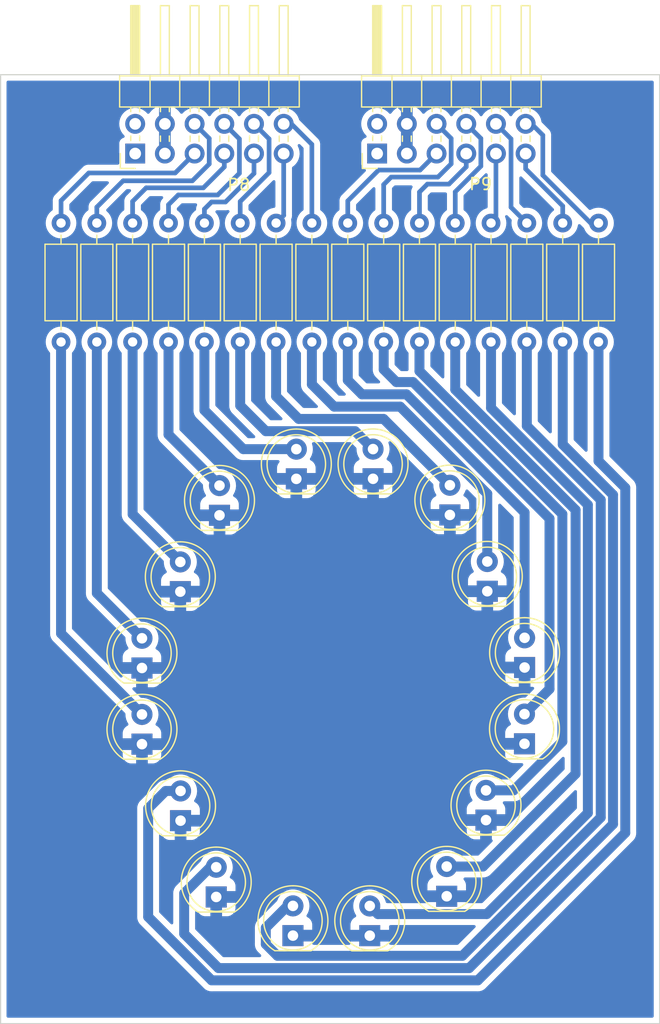
<source format=kicad_pcb>
(kicad_pcb (version 20211014) (generator pcbnew)
  (layers (0 "F.Cu" signal) (31 "B.Cu" signal) (34 "B.Paste" user) (35 "F.Paste" user) (36 "B.SilkS" user "B.Silkscreen") (37 "F.SilkS" user "F.Silkscreen") (38 "B.Mask" user) (39 "F.Mask" user) (44 "Edge.Cuts" user))
  (net 0 "")
  (net 1 "GND")
  (net 2 "Net-(D1-Pad2)")
  (net 3 "Net-(D2-Pad2)")
  (net 4 "Net-(D3-Pad2)")
  (net 5 "Net-(D4-Pad2)")
  (net 6 "Net-(D5-Pad2)")
  (net 7 "Net-(D6-Pad2)")
  (net 8 "Net-(D7-Pad2)")
  (net 9 "Net-(D8-Pad2)")
  (net 10 "Net-(D9-Pad2)")
  (net 11 "Net-(D10-Pad2)")
  (net 12 "Net-(D11-Pad2)")
  (net 13 "Net-(D12-Pad2)")
  (net 14 "Net-(D13-Pad2)")
  (net 15 "Net-(D14-Pad2)")
  (net 16 "Net-(D15-Pad2)")
  (net 17 "Net-(D16-Pad2)")
  (net 20 "Net-(J1-Pad5)")
  (net 21 "Net-(J1-Pad6)")
  (net 22 "Net-(J1-Pad7)")
  (net 23 "Net-(J1-Pad8)")
  (net 24 "Net-(J1-Pad9)")
  (net 25 "Net-(J1-Pad10)")
  (net 26 "Net-(J1-Pad11)")
  (net 27 "Net-(J1-Pad12)")
  (net 30 "Net-(J2-Pad5)")
  (net 31 "Net-(J2-Pad6)")
  (net 32 "Net-(J2-Pad7)")
  (net 33 "Net-(J2-Pad8)")
  (net 34 "Net-(J2-Pad9)")
  (net 35 "Net-(J2-Pad10)")
  (net 36 "Net-(J2-Pad11)")
  (net 37 "Net-(J2-Pad12)")
  (footprint "Connector_PinHeader_2.54mm:PinHeader_2x06_P2.54mm_Horizontal" (layer "F.Cu") (at 55.14 49.34 90)
    (fp_text reference "J1" hide)
    (fp_text value "P8" (at -2.68 8.86 180) (layer "F.SilkS"))
    (pad "1" thru_hole rect (at 0 0 90) (size 1.7 1.7) (drill 1) (layers *.Cu *.Mask))
    (pad "2" thru_hole oval (at 2.54 0 90) (size 1.7 1.7) (drill 1) (layers *.Cu *.Mask))
    (pad "3" thru_hole oval (at 0 2.54 90) (size 1.7 1.7) (drill 1) (layers *.Cu *.Mask) (net 1 "GND"))
    (pad "4" thru_hole oval (at 2.54 2.54 90) (size 1.7 1.7) (drill 1) (layers *.Cu *.Mask) (net 1 "GND"))
    (pad "5" thru_hole oval (at 0 5.08 90) (size 1.7 1.7) (drill 1) (layers *.Cu *.Mask) (net 20 "Net-(J1-Pad5)"))
    (pad "6" thru_hole oval (at 2.54 5.08 90) (size 1.7 1.7) (drill 1) (layers *.Cu *.Mask) (net 21 "Net-(J1-Pad6)"))
    (pad "7" thru_hole oval (at 0 7.62 90) (size 1.7 1.7) (drill 1) (layers *.Cu *.Mask) (net 22 "Net-(J1-Pad7)"))
    (pad "8" thru_hole oval (at 2.54 7.62 90) (size 1.7 1.7) (drill 1) (layers *.Cu *.Mask) (net 23 "Net-(J1-Pad8)"))
    (pad "9" thru_hole oval (at 0 10.16 90) (size 1.7 1.7) (drill 1) (layers *.Cu *.Mask) (net 24 "Net-(J1-Pad9)"))
    (pad "10" thru_hole oval (at 2.54 10.16 90) (size 1.7 1.7) (drill 1) (layers *.Cu *.Mask) (net 25 "Net-(J1-Pad10)"))
    (pad "11" thru_hole oval (at 0 12.7 90) (size 1.7 1.7) (drill 1) (layers *.Cu *.Mask) (net 26 "Net-(J1-Pad11)"))
    (pad "12" thru_hole oval (at 2.54 12.7 90) (size 1.7 1.7) (drill 1) (layers *.Cu *.Mask) (net 27 "Net-(J1-Pad12)"))
  )
  (footprint "Resistor_THT:R_Axial_DIN0207_L6.3mm_D2.5mm_P10.16mm_Horizontal" (layer "F.Cu") (at 64.12 55.28 -90)
    (fp_text reference "R6" hide)
    (fp_text value "R" hide)
    (pad "1" thru_hole circle (at 0 0 270) (size 1.6 1.6) (drill 0.8) (layers *.Cu *.Mask) (net 25 "Net-(J1-Pad10)"))
    (pad "2" thru_hole oval (at 10.16 0 270) (size 1.6 1.6) (drill 0.8) (layers *.Cu *.Mask) (net 7 "Net-(D6-Pad2)"))
  )
  (footprint "LED_THT:LED_D5.0mm" (layer "F.Cu") (at 68.63 116.185 90)
    (fp_text reference "D14" hide)
    (fp_text value "LED" hide)
    (pad "1" thru_hole rect (at 0 0 90) (size 1.8 1.8) (drill 0.9) (layers *.Cu *.Mask) (net 1 "GND"))
    (pad "2" thru_hole circle (at 2.54 0 90) (size 1.8 1.8) (drill 0.9) (layers *.Cu *.Mask) (net 15 "Net-(D14-Pad2)"))
  )
  (footprint "Resistor_THT:R_Axial_DIN0207_L6.3mm_D2.5mm_P10.16mm_Horizontal" (layer "F.Cu") (at 57.99 55.28 -90)
    (fp_text reference "R4" hide)
    (fp_text value "R" hide)
    (pad "1" thru_hole circle (at 0 0 270) (size 1.6 1.6) (drill 0.8) (layers *.Cu *.Mask) (net 23 "Net-(J1-Pad8)"))
    (pad "2" thru_hole oval (at 10.16 0 270) (size 1.6 1.6) (drill 0.8) (layers *.Cu *.Mask) (net 5 "Net-(D4-Pad2)"))
  )
  (footprint "Resistor_THT:R_Axial_DIN0207_L6.3mm_D2.5mm_P10.16mm_Horizontal" (layer "F.Cu") (at 61.06 55.28 -90)
    (fp_text reference "R5" hide)
    (fp_text value "R" hide)
    (pad "1" thru_hole circle (at 0 0 270) (size 1.6 1.6) (drill 0.8) (layers *.Cu *.Mask) (net 24 "Net-(J1-Pad9)"))
    (pad "2" thru_hole oval (at 10.16 0 270) (size 1.6 1.6) (drill 0.8) (layers *.Cu *.Mask) (net 6 "Net-(D5-Pad2)"))
  )
  (footprint "Connector_PinHeader_2.54mm:PinHeader_2x06_P2.54mm_Horizontal" (layer "F.Cu") (at 75.83 49.34 90)
    (fp_text reference "J2" hide)
    (fp_text value "P9" (at -2.61 8.85 180) (layer "F.SilkS"))
    (pad "1" thru_hole rect (at 0 0 90) (size 1.7 1.7) (drill 1) (layers *.Cu *.Mask))
    (pad "2" thru_hole oval (at 2.54 0 90) (size 1.7 1.7) (drill 1) (layers *.Cu *.Mask))
    (pad "3" thru_hole oval (at 0 2.54 90) (size 1.7 1.7) (drill 1) (layers *.Cu *.Mask) (net 1 "GND"))
    (pad "4" thru_hole oval (at 2.54 2.54 90) (size 1.7 1.7) (drill 1) (layers *.Cu *.Mask) (net 1 "GND"))
    (pad "5" thru_hole oval (at 0 5.08 90) (size 1.7 1.7) (drill 1) (layers *.Cu *.Mask) (net 30 "Net-(J2-Pad5)"))
    (pad "6" thru_hole oval (at 2.54 5.08 90) (size 1.7 1.7) (drill 1) (layers *.Cu *.Mask) (net 31 "Net-(J2-Pad6)"))
    (pad "7" thru_hole oval (at 0 7.62 90) (size 1.7 1.7) (drill 1) (layers *.Cu *.Mask) (net 32 "Net-(J2-Pad7)"))
    (pad "8" thru_hole oval (at 2.54 7.62 90) (size 1.7 1.7) (drill 1) (layers *.Cu *.Mask) (net 33 "Net-(J2-Pad8)"))
    (pad "9" thru_hole oval (at 0 10.16 90) (size 1.7 1.7) (drill 1) (layers *.Cu *.Mask) (net 34 "Net-(J2-Pad9)"))
    (pad "10" thru_hole oval (at 2.54 10.16 90) (size 1.7 1.7) (drill 1) (layers *.Cu *.Mask) (net 35 "Net-(J2-Pad10)"))
    (pad "11" thru_hole oval (at 0 12.7 90) (size 1.7 1.7) (drill 1) (layers *.Cu *.Mask) (net 36 "Net-(J2-Pad11)"))
    (pad "12" thru_hole oval (at 2.54 12.7 90) (size 1.7 1.7) (drill 1) (layers *.Cu *.Mask) (net 37 "Net-(J2-Pad12)"))
  )
  (footprint "LED_THT:LED_D5.0mm" (layer "F.Cu") (at 68.92 77.145 90)
    (fp_text reference "D5" hide)
    (fp_text value "LED" hide)
    (pad "1" thru_hole rect (at 0 0 90) (size 1.8 1.8) (drill 0.9) (layers *.Cu *.Mask) (net 1 "GND"))
    (pad "2" thru_hole circle (at 2.54 0 90) (size 1.8 1.8) (drill 0.9) (layers *.Cu *.Mask) (net 6 "Net-(D5-Pad2)"))
  )
  (footprint "Resistor_THT:R_Axial_DIN0207_L6.3mm_D2.5mm_P10.16mm_Horizontal" (layer "F.Cu") (at 82.51 55.28 -90)
    (fp_text reference "R12" hide)
    (fp_text value "R" hide)
    (pad "1" thru_hole circle (at 0 0 270) (size 1.6 1.6) (drill 0.8) (layers *.Cu *.Mask) (net 33 "Net-(J2-Pad8)"))
    (pad "2" thru_hole oval (at 10.16 0 270) (size 1.6 1.6) (drill 0.8) (layers *.Cu *.Mask) (net 13 "Net-(D12-Pad2)"))
  )
  (footprint "LED_THT:LED_D5.0mm" (layer "F.Cu") (at 75.2 116.19 90)
    (fp_text reference "D13" hide)
    (fp_text value "LED" hide)
    (pad "1" thru_hole rect (at 0 0 90) (size 1.8 1.8) (drill 0.9) (layers *.Cu *.Mask) (net 1 "GND"))
    (pad "2" thru_hole circle (at 2.54 0 90) (size 1.8 1.8) (drill 0.9) (layers *.Cu *.Mask) (net 14 "Net-(D13-Pad2)"))
  )
  (footprint "Resistor_THT:R_Axial_DIN0207_L6.3mm_D2.5mm_P10.16mm_Horizontal" (layer "F.Cu") (at 54.92 55.28 -90)
    (fp_text reference "R3" hide)
    (fp_text value "R" hide)
    (pad "1" thru_hole circle (at 0 0 270) (size 1.6 1.6) (drill 0.8) (layers *.Cu *.Mask) (net 22 "Net-(J1-Pad7)"))
    (pad "2" thru_hole oval (at 10.16 0 270) (size 1.6 1.6) (drill 0.8) (layers *.Cu *.Mask) (net 4 "Net-(D3-Pad2)"))
  )
  (footprint "Resistor_THT:R_Axial_DIN0207_L6.3mm_D2.5mm_P10.16mm_Horizontal" (layer "F.Cu") (at 79.45 55.28 -90)
    (fp_text reference "R11" hide)
    (fp_text value "R" hide)
    (pad "1" thru_hole circle (at 0 0 270) (size 1.6 1.6) (drill 0.8) (layers *.Cu *.Mask) (net 32 "Net-(J2-Pad7)"))
    (pad "2" thru_hole oval (at 10.16 0 270) (size 1.6 1.6) (drill 0.8) (layers *.Cu *.Mask) (net 12 "Net-(D11-Pad2)"))
  )
  (footprint "LED_THT:LED_D5.0mm" (layer "F.Cu") (at 85.14 106.31 90)
    (fp_text reference "D11" hide)
    (fp_text value "LED" hide)
    (pad "1" thru_hole rect (at 0 0 90) (size 1.8 1.8) (drill 0.9) (layers *.Cu *.Mask) (net 1 "GND"))
    (pad "2" thru_hole circle (at 2.54 0 90) (size 1.8 1.8) (drill 0.9) (layers *.Cu *.Mask) (net 12 "Net-(D11-Pad2)"))
  )
  (footprint "LED_THT:LED_D5.0mm" (layer "F.Cu") (at 88.44 93.27 90)
    (fp_text reference "D9" hide)
    (fp_text value "LED" hide)
    (pad "1" thru_hole rect (at 0 0 90) (size 1.8 1.8) (drill 0.9) (layers *.Cu *.Mask) (net 1 "GND"))
    (pad "2" thru_hole circle (at 2.54 0 90) (size 1.8 1.8) (drill 0.9) (layers *.Cu *.Mask) (net 10 "Net-(D9-Pad2)"))
  )
  (footprint "Resistor_THT:R_Axial_DIN0207_L6.3mm_D2.5mm_P10.16mm_Horizontal" (layer "F.Cu") (at 51.86 55.28 -90)
    (fp_text reference "R2" hide)
    (fp_text value "R" hide)
    (pad "1" thru_hole circle (at 0 0 270) (size 1.6 1.6) (drill 0.8) (layers *.Cu *.Mask) (net 21 "Net-(J1-Pad6)"))
    (pad "2" thru_hole oval (at 10.16 0 270) (size 1.6 1.6) (drill 0.8) (layers *.Cu *.Mask) (net 3 "Net-(D2-Pad2)"))
  )
  (footprint "Resistor_THT:R_Axial_DIN0207_L6.3mm_D2.5mm_P10.16mm_Horizontal" (layer "F.Cu") (at 88.63 55.28 -90)
    (fp_text reference "R14" hide)
    (fp_text value "R" hide)
    (pad "1" thru_hole circle (at 0 0 270) (size 1.6 1.6) (drill 0.8) (layers *.Cu *.Mask) (net 35 "Net-(J2-Pad10)"))
    (pad "2" thru_hole oval (at 10.16 0 270) (size 1.6 1.6) (drill 0.8) (layers *.Cu *.Mask) (net 15 "Net-(D14-Pad2)"))
  )
  (footprint "LED_THT:LED_D5.0mm" (layer "F.Cu") (at 88.43 99.79 90)
    (fp_text reference "D10" hide)
    (fp_text value "LED" hide)
    (pad "1" thru_hole rect (at 0 0 90) (size 1.8 1.8) (drill 0.9) (layers *.Cu *.Mask) (net 1 "GND"))
    (pad "2" thru_hole circle (at 2.54 0 90) (size 1.8 1.8) (drill 0.9) (layers *.Cu *.Mask) (net 11 "Net-(D10-Pad2)"))
  )
  (footprint "LED_THT:LED_D5.0mm" (layer "F.Cu") (at 55.72 99.82 90)
    (fp_text reference "D1" hide)
    (fp_text value "LED" hide)
    (pad "1" thru_hole rect (at 0 0 90) (size 1.8 1.8) (drill 0.9) (layers *.Cu *.Mask) (net 1 "GND"))
    (pad "2" thru_hole circle (at 2.54 0 90) (size 1.8 1.8) (drill 0.9) (layers *.Cu *.Mask) (net 2 "Net-(D1-Pad2)"))
  )
  (footprint "LED_THT:LED_D5.0mm" (layer "F.Cu") (at 62.35 80.26 90)
    (fp_text reference "D4" hide)
    (fp_text value "LED" hide)
    (pad "1" thru_hole rect (at 0 0 90) (size 1.8 1.8) (drill 0.9) (layers *.Cu *.Mask) (net 1 "GND"))
    (pad "2" thru_hole circle (at 2.54 0 90) (size 1.8 1.8) (drill 0.9) (layers *.Cu *.Mask) (net 5 "Net-(D4-Pad2)"))
  )
  (footprint "Resistor_THT:R_Axial_DIN0207_L6.3mm_D2.5mm_P10.16mm_Horizontal" (layer "F.Cu") (at 70.25 55.28 -90)
    (fp_text reference "R8" hide)
    (fp_text value "R" hide)
    (pad "1" thru_hole circle (at 0 0 270) (size 1.6 1.6) (drill 0.8) (layers *.Cu *.Mask) (net 27 "Net-(J1-Pad12)"))
    (pad "2" thru_hole oval (at 10.16 0 270) (size 1.6 1.6) (drill 0.8) (layers *.Cu *.Mask) (net 9 "Net-(D8-Pad2)"))
  )
  (footprint "Resistor_THT:R_Axial_DIN0207_L6.3mm_D2.5mm_P10.16mm_Horizontal" (layer "F.Cu") (at 67.19 55.28 -90)
    (fp_text reference "R7" hide)
    (fp_text value "R" hide)
    (pad "1" thru_hole circle (at 0 0 270) (size 1.6 1.6) (drill 0.8) (layers *.Cu *.Mask) (net 26 "Net-(J1-Pad11)"))
    (pad "2" thru_hole oval (at 10.16 0 270) (size 1.6 1.6) (drill 0.8) (layers *.Cu *.Mask) (net 8 "Net-(D7-Pad2)"))
  )
  (footprint "LED_THT:LED_D5.0mm" (layer "F.Cu") (at 85.25 86.75 90)
    (fp_text reference "D8" hide)
    (fp_text value "LED" hide)
    (pad "1" thru_hole rect (at 0 0 90) (size 1.8 1.8) (drill 0.9) (layers *.Cu *.Mask) (net 1 "GND"))
    (pad "2" thru_hole circle (at 2.54 0 90) (size 1.8 1.8) (drill 0.9) (layers *.Cu *.Mask) (net 9 "Net-(D8-Pad2)"))
  )
  (footprint "LED_THT:LED_D5.0mm" (layer "F.Cu") (at 75.48 77.14 90)
    (fp_text reference "D6" hide)
    (fp_text value "LED" hide)
    (pad "1" thru_hole rect (at 0 0 90) (size 1.8 1.8) (drill 0.9) (layers *.Cu *.Mask) (net 1 "GND"))
    (pad "2" thru_hole circle (at 2.54 0 90) (size 1.8 1.8) (drill 0.9) (layers *.Cu *.Mask) (net 7 "Net-(D6-Pad2)"))
  )
  (footprint "Resistor_THT:R_Axial_DIN0207_L6.3mm_D2.5mm_P10.16mm_Horizontal" (layer "F.Cu") (at 91.7 55.28 -90)
    (fp_text reference "R15" hide)
    (fp_text value "R" hide)
    (pad "1" thru_hole circle (at 0 0 270) (size 1.6 1.6) (drill 0.8) (layers *.Cu *.Mask) (net 36 "Net-(J2-Pad11)"))
    (pad "2" thru_hole oval (at 10.16 0 270) (size 1.6 1.6) (drill 0.8) (layers *.Cu *.Mask) (net 16 "Net-(D15-Pad2)"))
  )
  (footprint "Resistor_THT:R_Axial_DIN0207_L6.3mm_D2.5mm_P10.16mm_Horizontal" (layer "F.Cu") (at 76.39 55.28 -90)
    (fp_text reference "R10" hide)
    (fp_text value "R" hide)
    (pad "1" thru_hole circle (at 0 0 270) (size 1.6 1.6) (drill 0.8) (layers *.Cu *.Mask) (net 31 "Net-(J2-Pad6)"))
    (pad "2" thru_hole oval (at 10.16 0 270) (size 1.6 1.6) (drill 0.8) (layers *.Cu *.Mask) (net 11 "Net-(D10-Pad2)"))
  )
  (footprint "Resistor_THT:R_Axial_DIN0207_L6.3mm_D2.5mm_P10.16mm_Horizontal" (layer "F.Cu") (at 94.76 55.28 -90)
    (fp_text reference "R16" hide)
    (fp_text value "R" hide)
    (pad "1" thru_hole circle (at 0 0 270) (size 1.6 1.6) (drill 0.8) (layers *.Cu *.Mask) (net 37 "Net-(J2-Pad12)"))
    (pad "2" thru_hole oval (at 10.16 0 270) (size 1.6 1.6) (drill 0.8) (layers *.Cu *.Mask) (net 17 "Net-(D16-Pad2)"))
  )
  (footprint "LED_THT:LED_D5.0mm" (layer "F.Cu") (at 81.78 112.82 90)
    (fp_text reference "D12" hide)
    (fp_text value "LED" hide)
    (pad "1" thru_hole rect (at 0 0 90) (size 1.8 1.8) (drill 0.9) (layers *.Cu *.Mask) (net 1 "GND"))
    (pad "2" thru_hole circle (at 2.54 0 90) (size 1.8 1.8) (drill 0.9) (layers *.Cu *.Mask) (net 13 "Net-(D12-Pad2)"))
  )
  (footprint "Resistor_THT:R_Axial_DIN0207_L6.3mm_D2.5mm_P10.16mm_Horizontal" (layer "F.Cu") (at 48.8 55.28 -90)
    (fp_text reference "R1" hide)
    (fp_text value "R" hide)
    (pad "1" thru_hole circle (at 0 0 270) (size 1.6 1.6) (drill 0.8) (layers *.Cu *.Mask) (net 20 "Net-(J1-Pad5)"))
    (pad "2" thru_hole oval (at 10.16 0 270) (size 1.6 1.6) (drill 0.8) (layers *.Cu *.Mask) (net 2 "Net-(D1-Pad2)"))
  )
  (footprint "LED_THT:LED_D5.0mm" (layer "F.Cu") (at 59.02 106.36 90)
    (fp_text reference "D16" hide)
    (fp_text value "LED" hide)
    (pad "1" thru_hole rect (at 0 0 90) (size 1.8 1.8) (drill 0.9) (layers *.Cu *.Mask) (net 1 "GND"))
    (pad "2" thru_hole circle (at 2.54 0 90) (size 1.8 1.8) (drill 0.9) (layers *.Cu *.Mask) (net 17 "Net-(D16-Pad2)"))
  )
  (footprint "LED_THT:LED_D5.0mm" (layer "F.Cu") (at 62.07 112.88 90)
    (fp_text reference "D15" hide)
    (fp_text value "LED" hide)
    (pad "1" thru_hole rect (at 0 0 90) (size 1.8 1.8) (drill 0.9) (layers *.Cu *.Mask) (net 1 "GND"))
    (pad "2" thru_hole circle (at 2.54 0 90) (size 1.8 1.8) (drill 0.9) (layers *.Cu *.Mask) (net 16 "Net-(D15-Pad2)"))
  )
  (footprint "Resistor_THT:R_Axial_DIN0207_L6.3mm_D2.5mm_P10.16mm_Horizontal" (layer "F.Cu") (at 73.32 55.28 -90)
    (fp_text reference "R9" hide)
    (fp_text value "R" hide)
    (pad "1" thru_hole circle (at 0 0 270) (size 1.6 1.6) (drill 0.8) (layers *.Cu *.Mask) (net 30 "Net-(J2-Pad5)"))
    (pad "2" thru_hole oval (at 10.16 0 270) (size 1.6 1.6) (drill 0.8) (layers *.Cu *.Mask) (net 10 "Net-(D9-Pad2)"))
  )
  (footprint "LED_THT:LED_D5.0mm" (layer "F.Cu") (at 82.05 80.23 90)
    (fp_text reference "D7" hide)
    (fp_text value "LED" hide)
    (pad "1" thru_hole rect (at 0 0 90) (size 1.8 1.8) (drill 0.9) (layers *.Cu *.Mask) (net 1 "GND"))
    (pad "2" thru_hole circle (at 2.54 0 90) (size 1.8 1.8) (drill 0.9) (layers *.Cu *.Mask) (net 8 "Net-(D7-Pad2)"))
  )
  (footprint "Resistor_THT:R_Axial_DIN0207_L6.3mm_D2.5mm_P10.16mm_Horizontal" (layer "F.Cu") (at 85.57 55.28 -90)
    (fp_text reference "R13" hide)
    (fp_text value "R" hide)
    (pad "1" thru_hole circle (at 0 0 270) (size 1.6 1.6) (drill 0.8) (layers *.Cu *.Mask) (net 34 "Net-(J2-Pad9)"))
    (pad "2" thru_hole oval (at 10.16 0 270) (size 1.6 1.6) (drill 0.8) (layers *.Cu *.Mask) (net 14 "Net-(D13-Pad2)"))
  )
  (footprint "LED_THT:LED_D5.0mm" (layer "F.Cu") (at 55.72 93.31 90)
    (fp_text reference "D2" hide)
    (fp_text value "LED" hide)
    (pad "1" thru_hole rect (at 0 0 90) (size 1.8 1.8) (drill 0.9) (layers *.Cu *.Mask) (net 1 "GND"))
    (pad "2" thru_hole circle (at 2.54 0 90) (size 1.8 1.8) (drill 0.9) (layers *.Cu *.Mask) (net 3 "Net-(D2-Pad2)"))
  )
  (footprint "LED_THT:LED_D5.0mm" (layer "F.Cu") (at 59 86.785 90)
    (fp_text reference "D3" hide)
    (fp_text value "LED" hide)
    (pad "1" thru_hole rect (at 0 0 90) (size 1.8 1.8) (drill 0.9) (layers *.Cu *.Mask) (net 1 "GND"))
    (pad "2" thru_hole circle (at 2.54 0 90) (size 1.8 1.8) (drill 0.9) (layers *.Cu *.Mask) (net 4 "Net-(D3-Pad2)"))
  )
  (gr_rect (start 99.99 42.6) (end 43.63 123.71) (layer "Edge.Cuts") (width 0.1) (fill none))
  (segment (start 57.68 45.24) (end 58.62 44.3) (width 0.85) (layer "B.Cu") (net 1))
  (segment (start 58.62 44.3) (end 77.06 44.3) (width 0.85) (layer "B.Cu") (net 1))
  (segment (start 57.68 49.34) (end 57.68 46.8) (width 0.85) (layer "B.Cu") (net 1))
  (segment (start 77.06 44.3) (end 78.37 45.61) (width 0.85) (layer "B.Cu") (net 1))
  (segment (start 78.37 45.61) (end 78.37 46.8) (width 0.85) (layer "B.Cu") (net 1))
  (segment (start 57.68 46.8) (end 57.68 45.24) (width 0.85) (layer "B.Cu") (net 1))
  (segment (start 78.37 46.8) (end 78.37 49.34) (width 0.85) (layer "B.Cu") (net 1))
  (segment (start 48.8 90.36) (end 55.72 97.28) (width 0.85) (layer "B.Cu") (net 2))
  (segment (start 48.8 65.44) (end 48.8 90.36) (width 0.85) (layer "B.Cu") (net 2))
  (segment (start 51.86 86.91) (end 55.72 90.77) (width 0.85) (layer "B.Cu") (net 3))
  (segment (start 51.86 65.44) (end 51.86 86.91) (width 0.85) (layer "B.Cu") (net 3))
  (segment (start 54.92 80.165) (end 59 84.245) (width 0.85) (layer "B.Cu") (net 4))
  (segment (start 54.92 65.44) (end 54.92 80.165) (width 0.85) (layer "B.Cu") (net 4))
  (segment (start 57.99 73.36) (end 62.35 77.72) (width 0.85) (layer "B.Cu") (net 5))
  (segment (start 57.99 65.44) (end 57.99 73.36) (width 0.85) (layer "B.Cu") (net 5))
  (segment (start 61.06 65.44) (end 61.06 71.28) (width 0.85) (layer "B.Cu") (net 6))
  (segment (start 61.06 71.28) (end 64.385 74.605) (width 0.85) (layer "B.Cu") (net 6))
  (segment (start 64.385 74.605) (end 68.92 74.605) (width 0.85) (layer "B.Cu") (net 6))
  (segment (start 73.95 73.07) (end 75.48 74.6) (width 0.85) (layer "B.Cu") (net 7))
  (segment (start 66.31 73.07) (end 73.95 73.07) (width 0.85) (layer "B.Cu") (net 7))
  (segment (start 64.12 70.88) (end 66.31 73.07) (width 0.85) (layer "B.Cu") (net 7))
  (segment (start 64.12 65.44) (end 64.12 70.88) (width 0.85) (layer "B.Cu") (net 7))
  (segment (start 69.12 72.02) (end 76.38 72.02) (width 0.85) (layer "B.Cu") (net 8))
  (segment (start 67.19 70.09) (end 69.12 72.02) (width 0.85) (layer "B.Cu") (net 8))
  (segment (start 67.19 65.44) (end 67.19 70.09) (width 0.85) (layer "B.Cu") (net 8))
  (segment (start 76.38 72.02) (end 82.05 77.69) (width 0.85) (layer "B.Cu") (net 8))
  (segment (start 85.25 78.42) (end 85.25 84.21) (width 0.85) (layer "B.Cu") (net 9))
  (segment (start 77.8 70.97) (end 85.25 78.42) (width 0.85) (layer "B.Cu") (net 9))
  (segment (start 70.25 69.07) (end 72.15 70.97) (width 0.85) (layer "B.Cu") (net 9))
  (segment (start 70.25 65.44) (end 70.25 69.07) (width 0.85) (layer "B.Cu") (net 9))
  (segment (start 72.15 70.97) (end 77.8 70.97) (width 0.85) (layer "B.Cu") (net 9))
  (segment (start 73.32 65.44) (end 73.32 68.71) (width 0.85) (layer "B.Cu") (net 10))
  (segment (start 78.34 69.92) (end 88.44 80.02) (width 0.85) (layer "B.Cu") (net 10))
  (segment (start 73.32 68.71) (end 74.53 69.92) (width 0.85) (layer "B.Cu") (net 10))
  (segment (start 74.53 69.92) (end 78.34 69.92) (width 0.85) (layer "B.Cu") (net 10))
  (segment (start 88.44 80.02) (end 88.44 90.73) (width 0.85) (layer "B.Cu") (net 10))
  (segment (start 90.57 80.54) (end 90.57 95.11) (width 0.85) (layer "B.Cu") (net 11))
  (segment (start 76.39 65.44) (end 76.39 67.79) (width 0.85) (layer "B.Cu") (net 11))
  (segment (start 77.47 68.87) (end 78.9 68.87) (width 0.85) (layer "B.Cu") (net 11))
  (segment (start 90.57 95.11) (end 88.43 97.25) (width 0.85) (layer "B.Cu") (net 11))
  (segment (start 78.9 68.87) (end 90.57 80.54) (width 0.85) (layer "B.Cu") (net 11))
  (segment (start 76.39 67.79) (end 77.47 68.87) (width 0.85) (layer "B.Cu") (net 11))
  (segment (start 91.67 99.6) (end 87.5 103.77) (width 0.85) (layer "B.Cu") (net 12))
  (segment (start 79.45 67.935076) (end 91.67 80.155076) (width 0.85) (layer "B.Cu") (net 12))
  (segment (start 79.45 65.44) (end 79.45 67.935076) (width 0.85) (layer "B.Cu") (net 12))
  (segment (start 87.5 103.77) (end 85.14 103.77) (width 0.85) (layer "B.Cu") (net 12))
  (segment (start 91.67 80.155076) (end 91.67 99.6) (width 0.85) (layer "B.Cu") (net 12))
  (segment (start 84.88 110.28) (end 81.78 110.28) (width 0.85) (layer "B.Cu") (net 13))
  (segment (start 82.51 69.510152) (end 92.8 79.800152) (width 0.85) (layer "B.Cu") (net 13))
  (segment (start 92.8 102.36) (end 84.88 110.28) (width 0.85) (layer "B.Cu") (net 13))
  (segment (start 92.8 79.800152) (end 92.8 102.36) (width 0.85) (layer "B.Cu") (net 13))
  (segment (start 82.51 65.44) (end 82.51 69.510152) (width 0.85) (layer "B.Cu") (net 13))
  (segment (start 85.205 114.345) (end 75.895 114.345) (width 0.85) (layer "B.Cu") (net 14))
  (segment (start 85.57 71.085228) (end 93.85 79.365228) (width 0.85) (layer "B.Cu") (net 14))
  (segment (start 85.57 65.44) (end 85.57 71.085228) (width 0.85) (layer "B.Cu") (net 14))
  (segment (start 93.85 105.7) (end 85.205 114.345) (width 0.85) (layer "B.Cu") (net 14))
  (segment (start 75.895 114.345) (end 75.2 113.65) (width 0.85) (layer "B.Cu") (net 14))
  (segment (start 93.85 79.365228) (end 93.85 105.7) (width 0.85) (layer "B.Cu") (net 14))
  (segment (start 94.95 106.084924) (end 83.124924 117.91) (width 0.85) (layer "B.Cu") (net 15))
  (segment (start 94.95 78.94) (end 94.95 106.084924) (width 0.85) (layer "B.Cu") (net 15))
  (segment (start 83.124924 117.91) (end 67.305 117.91) (width 0.85) (layer "B.Cu") (net 15))
  (segment (start 66.31 116.915) (end 66.31 115.51) (width 0.85) (layer "B.Cu") (net 15))
  (segment (start 88.63 65.44) (end 88.63 72.62) (width 0.85) (layer "B.Cu") (net 15))
  (segment (start 67.305 117.91) (end 66.31 116.915) (width 0.85) (layer "B.Cu") (net 15))
  (segment (start 68.175 113.645) (end 68.63 113.645) (width 0.85) (layer "B.Cu") (net 15))
  (segment (start 88.63 72.62) (end 94.95 78.94) (width 0.85) (layer "B.Cu") (net 15))
  (segment (start 66.31 115.51) (end 68.175 113.645) (width 0.85) (layer "B.Cu") (net 15))
  (segment (start 62.26 118.96) (end 59.33 116.03) (width 0.85) (layer "B.Cu") (net 16))
  (segment (start 59.33 116.03) (end 59.33 112.57) (width 0.85) (layer "B.Cu") (net 16))
  (segment (start 59.33 112.57) (end 61.56 110.34) (width 0.85) (layer "B.Cu") (net 16))
  (segment (start 96 78.505076) (end 96 106.66) (width 0.85) (layer "B.Cu") (net 16))
  (segment (start 91.7 65.44) (end 91.7 74.205076) (width 0.85) (layer "B.Cu") (net 16))
  (segment (start 61.56 110.34) (end 62.07 110.34) (width 0.85) (layer "B.Cu") (net 16))
  (segment (start 96 106.66) (end 83.7 118.96) (width 0.85) (layer "B.Cu") (net 16))
  (segment (start 91.7 74.205076) (end 96 78.505076) (width 0.85) (layer "B.Cu") (net 16))
  (segment (start 83.7 118.96) (end 62.26 118.96) (width 0.85) (layer "B.Cu") (net 16))
  (segment (start 57.747208 103.82) (end 59.02 103.82) (width 0.85) (layer "B.Cu") (net 17))
  (segment (start 94.76 65.44) (end 94.76 75.62) (width 0.85) (layer "B.Cu") (net 17))
  (segment (start 97.05 107.4) (end 84.44 120.01) (width 0.85) (layer "B.Cu") (net 17))
  (segment (start 94.76 75.62) (end 97.05 77.91) (width 0.85) (layer "B.Cu") (net 17))
  (segment (start 97.05 77.91) (end 97.05 107.4) (width 0.85) (layer "B.Cu") (net 17))
  (segment (start 56.25 105.317208) (end 57.747208 103.82) (width 0.85) (layer "B.Cu") (net 17))
  (segment (start 61.68 120.01) (end 56.25 114.58) (width 0.85) (layer "B.Cu") (net 17))
  (segment (start 56.25 114.58) (end 56.25 105.317208) (width 0.85) (layer "B.Cu") (net 17))
  (segment (start 84.44 120.01) (end 61.68 120.01) (width 0.85) (layer "B.Cu") (net 17))
  (segment (start 51.17 51) (end 58.56 51) (width 0.4) (layer "B.Cu") (net 20))
  (segment (start 48.8 53.37) (end 51.17 51) (width 0.4) (layer "B.Cu") (net 20))
  (segment (start 48.8 55.28) (end 48.8 53.37) (width 0.4) (layer "B.Cu") (net 20))
  (segment (start 58.56 51) (end 60.22 49.34) (width 0.4) (layer "B.Cu") (net 20))
  (segment (start 51.86 53.92) (end 54.11 51.67) (width 0.4) (layer "B.Cu") (net 21))
  (segment (start 61.47 50.23) (end 61.47 48.05) (width 0.4) (layer "B.Cu") (net 21))
  (segment (start 61.47 48.05) (end 60.22 46.8) (width 0.4) (layer "B.Cu") (net 21))
  (segment (start 60.03 51.67) (end 61.47 50.23) (width 0.4) (layer "B.Cu") (net 21))
  (segment (start 54.11 51.67) (end 60.03 51.67) (width 0.4) (layer "B.Cu") (net 21))
  (segment (start 51.86 55.28) (end 51.86 53.92) (width 0.4) (layer "B.Cu") (net 21))
  (segment (start 60.97 52.27) (end 62.76 50.48) (width 0.4) (layer "B.Cu") (net 22))
  (segment (start 56.08 52.27) (end 60.97 52.27) (width 0.4) (layer "B.Cu") (net 22))
  (segment (start 54.92 55.28) (end 54.92 53.43) (width 0.4) (layer "B.Cu") (net 22))
  (segment (start 62.76 50.48) (end 62.76 49.34) (width 0.4) (layer "B.Cu") (net 22))
  (segment (start 54.92 53.43) (end 56.08 52.27) (width 0.4) (layer "B.Cu") (net 22))
  (segment (start 58.82 52.88) (end 62.2 52.88) (width 0.4) (layer "B.Cu") (net 23))
  (segment (start 62.2 52.88) (end 64.05 51.03) (width 0.4) (layer "B.Cu") (net 23))
  (segment (start 57.99 53.71) (end 58.82 52.88) (width 0.4) (layer "B.Cu") (net 23))
  (segment (start 64.05 51.03) (end 64.05 48.09) (width 0.4) (layer "B.Cu") (net 23))
  (segment (start 64.05 48.09) (end 62.76 46.8) (width 0.4) (layer "B.Cu") (net 23))
  (segment (start 57.99 55.28) (end 57.99 53.71) (width 0.4) (layer "B.Cu") (net 23))
  (segment (start 61.06 54.09) (end 61.67 53.48) (width 0.4) (layer "B.Cu") (net 24))
  (segment (start 61.67 53.48) (end 62.86 53.48) (width 0.4) (layer "B.Cu") (net 24))
  (segment (start 65.3 51.04) (end 65.3 49.34) (width 0.4) (layer "B.Cu") (net 24))
  (segment (start 61.06 55.28) (end 61.06 54.09) (width 0.4) (layer "B.Cu") (net 24))
  (segment (start 62.86 53.48) (end 65.3 51.04) (width 0.4) (layer "B.Cu") (net 24))
  (segment (start 64.12 53.44) (end 66.59 50.97) (width 0.4) (layer "B.Cu") (net 25))
  (segment (start 66.59 50.97) (end 66.59 48.09) (width 0.4) (layer "B.Cu") (net 25))
  (segment (start 64.12 55.28) (end 64.12 53.44) (width 0.4) (layer "B.Cu") (net 25))
  (segment (start 66.59 48.09) (end 65.3 46.8) (width 0.4) (layer "B.Cu") (net 25))
  (segment (start 67.84 54.63) (end 67.19 55.28) (width 0.4) (layer "B.Cu") (net 26))
  (segment (start 67.84 49.34) (end 67.84 54.63) (width 0.4) (layer "B.Cu") (net 26))
  (segment (start 68.49 46.8) (end 70.25 48.56) (width 0.4) (layer "B.Cu") (net 27))
  (segment (start 70.25 48.56) (end 70.25 55.28) (width 0.4) (layer "B.Cu") (net 27))
  (segment (start 67.84 46.8) (end 68.49 46.8) (width 0.4) (layer "B.Cu") (net 27))
  (segment (start 73.32 53.39) (end 75.96 50.75) (width 0.4) (layer "B.Cu") (net 30))
  (segment (start 73.32 55.28) (end 73.32 53.39) (width 0.4) (layer "B.Cu") (net 30))
  (segment (start 75.96 50.75) (end 79.5 50.75) (width 0.4) (layer "B.Cu") (net 30))
  (segment (start 79.5 50.75) (end 80.91 49.34) (width 0.4) (layer "B.Cu") (net 30))
  (segment (start 76.39 51.99) (end 77.03 51.35) (width 0.4) (layer "B.Cu") (net 31))
  (segment (start 82.16 48.05) (end 80.91 46.8) (width 0.4) (layer "B.Cu") (net 31))
  (segment (start 81.03 51.35) (end 82.16 50.22) (width 0.4) (layer "B.Cu") (net 31))
  (segment (start 82.16 50.22) (end 82.16 48.05) (width 0.4) (layer "B.Cu") (net 31))
  (segment (start 76.39 55.28) (end 76.39 51.99) (width 0.4) (layer "B.Cu") (net 31))
  (segment (start 77.03 51.35) (end 81.03 51.35) (width 0.4) (layer "B.Cu") (net 31))
  (segment (start 81.97 51.95) (end 83.45 50.47) (width 0.4) (layer "B.Cu") (net 32))
  (segment (start 79.45 52.63) (end 80.13 51.95) (width 0.4) (layer "B.Cu") (net 32))
  (segment (start 80.13 51.95) (end 81.97 51.95) (width 0.4) (layer "B.Cu") (net 32))
  (segment (start 79.45 55.28) (end 79.45 52.63) (width 0.4) (layer "B.Cu") (net 32))
  (segment (start 83.45 50.47) (end 83.45 49.34) (width 0.4) (layer "B.Cu") (net 32))
  (segment (start 82.51 55.28) (end 82.51 52.61) (width 0.4) (layer "B.Cu") (net 33))
  (segment (start 84.7 48.05) (end 83.45 46.8) (width 0.4) (layer "B.Cu") (net 33))
  (segment (start 84.7 50.42) (end 84.7 48.05) (width 0.4) (layer "B.Cu") (net 33))
  (segment (start 82.51 52.61) (end 84.7 50.42) (width 0.4) (layer "B.Cu") (net 33))
  (segment (start 85.99 54.86) (end 85.57 55.28) (width 0.4) (layer "B.Cu") (net 34))
  (segment (start 85.99 49.34) (end 85.99 54.86) (width 0.4) (layer "B.Cu") (net 34))
  (segment (start 88.63 55.28) (end 87.28 53.93) (width 0.4) (layer "B.Cu") (net 35))
  (segment (start 87.28 48.09) (end 85.99 46.8) (width 0.4) (layer "B.Cu") (net 35))
  (segment (start 87.28 53.93) (end 87.28 48.09) (width 0.4) (layer "B.Cu") (net 35))
  (segment (start 91.7 53.82) (end 91.7 55.28) (width 0.4) (layer "B.Cu") (net 36))
  (segment (start 88.53 49.34) (end 88.53 50.65) (width 0.4) (layer "B.Cu") (net 36))
  (segment (start 88.53 50.65) (end 91.7 53.82) (width 0.4) (layer "B.Cu") (net 36))
  (segment (start 90 47.77) (end 90 51.19) (width 0.4) (layer "B.Cu") (net 37))
  (segment (start 94.09 55.28) (end 94.76 55.28) (width 0.4) (layer "B.Cu") (net 37))
  (segment (start 88.53 46.8) (end 89.03 46.8) (width 0.4) (layer "B.Cu") (net 37))
  (segment (start 90 51.19) (end 94.09 55.28) (width 0.4) (layer "B.Cu") (net 37))
  (segment (start 89.03 46.8) (end 90 47.77) (width 0.4) (layer "B.Cu") (net 37))
  (zone (net 1) (net_name "GND") (layer "B.Cu") (connect_pads (clearance 0.508)) (min_thickness 0.254) (fill yes (thermal_gap 0.75) (thermal_bridge_width 1))
    (polygon (pts (xy 99.94 123.66) (xy 43.68 123.66) (xy 43.68 42.65) (xy 99.94 42.65)))
  )
)
</source>
